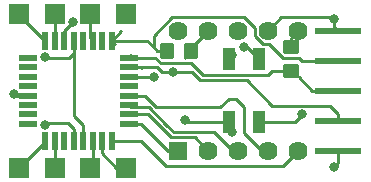
<source format=gbr>
%TF.GenerationSoftware,KiCad,Pcbnew,7.0.9*%
%TF.CreationDate,2024-03-13T00:38:59-05:00*%
%TF.ProjectId,DISPLAY,44495350-4c41-4592-9e6b-696361645f70,rev?*%
%TF.SameCoordinates,Original*%
%TF.FileFunction,Copper,L1,Top*%
%TF.FilePolarity,Positive*%
%FSLAX46Y46*%
G04 Gerber Fmt 4.6, Leading zero omitted, Abs format (unit mm)*
G04 Created by KiCad (PCBNEW 7.0.9) date 2024-03-13 00:38:59*
%MOMM*%
%LPD*%
G01*
G04 APERTURE LIST*
G04 Aperture macros list*
%AMRoundRect*
0 Rectangle with rounded corners*
0 $1 Rounding radius*
0 $2 $3 $4 $5 $6 $7 $8 $9 X,Y pos of 4 corners*
0 Add a 4 corners polygon primitive as box body*
4,1,4,$2,$3,$4,$5,$6,$7,$8,$9,$2,$3,0*
0 Add four circle primitives for the rounded corners*
1,1,$1+$1,$2,$3*
1,1,$1+$1,$4,$5*
1,1,$1+$1,$6,$7*
1,1,$1+$1,$8,$9*
0 Add four rect primitives between the rounded corners*
20,1,$1+$1,$2,$3,$4,$5,0*
20,1,$1+$1,$4,$5,$6,$7,0*
20,1,$1+$1,$6,$7,$8,$9,0*
20,1,$1+$1,$8,$9,$2,$3,0*%
G04 Aperture macros list end*
%TA.AperFunction,ConnectorPad*%
%ADD10R,4.000000X0.560000*%
%TD*%
%TA.AperFunction,ComponentPad*%
%ADD11R,1.700000X1.700000*%
%TD*%
%TA.AperFunction,ComponentPad*%
%ADD12C,1.620000*%
%TD*%
%TA.AperFunction,ComponentPad*%
%ADD13R,1.620000X1.620000*%
%TD*%
%TA.AperFunction,SMDPad,CuDef*%
%ADD14RoundRect,0.250000X0.350000X0.450000X-0.350000X0.450000X-0.350000X-0.450000X0.350000X-0.450000X0*%
%TD*%
%TA.AperFunction,SMDPad,CuDef*%
%ADD15RoundRect,0.250000X0.450000X-0.350000X0.450000X0.350000X-0.450000X0.350000X-0.450000X-0.350000X0*%
%TD*%
%TA.AperFunction,SMDPad,CuDef*%
%ADD16R,1.050000X1.875000*%
%TD*%
%TA.AperFunction,SMDPad,CuDef*%
%ADD17R,0.550000X1.600000*%
%TD*%
%TA.AperFunction,SMDPad,CuDef*%
%ADD18R,1.600000X0.550000*%
%TD*%
%TA.AperFunction,ViaPad*%
%ADD19C,0.800000*%
%TD*%
%TA.AperFunction,Conductor*%
%ADD20C,0.250000*%
%TD*%
G04 APERTURE END LIST*
D10*
%TO.P,J11,9,Pin_9*%
%TO.N,RST*%
X168000000Y-82410000D03*
%TO.P,J11,7,Pin_7*%
%TO.N,DIGIT1*%
X168000000Y-84950000D03*
%TO.P,J11,5,Pin_5*%
%TO.N,DIGIT0*%
X168000000Y-87490000D03*
%TO.P,J11,3,Pin_3*%
%TO.N,MOSI*%
X168000000Y-90030000D03*
%TO.P,J11,1,Pin_1*%
%TO.N,PW2*%
X168000000Y-92570000D03*
%TD*%
D11*
%TO.P,J6,1,Pin_1*%
%TO.N,Input3*%
X150000000Y-81000000D03*
%TD*%
D12*
%TO.P,D2,10*%
%TO.N,SEG5*%
X154420000Y-82420000D03*
%TO.P,D2,9*%
%TO.N,Net-(D2-Pad9)*%
X156960000Y-82420000D03*
%TO.P,D2,8*%
%TO.N,MOSI*%
X159500000Y-82420000D03*
%TO.P,D2,7*%
%TO.N,RST*%
X162040000Y-82420000D03*
%TO.P,D2,6*%
%TO.N,Net-(D2-Pad6)*%
X164580000Y-82420000D03*
%TO.P,D2,5*%
%TO.N,SEG7*%
X164580000Y-92580000D03*
%TO.P,D2,4*%
%TO.N,SEG6*%
X162040000Y-92580000D03*
%TO.P,D2,3*%
%TO.N,SEG2*%
X159500000Y-92580000D03*
%TO.P,D2,2*%
%TO.N,SEG3*%
X156960000Y-92580000D03*
D13*
%TO.P,D2,1*%
%TO.N,SEG4*%
X154420000Y-92580000D03*
%TD*%
D14*
%TO.P,R2,1*%
%TO.N,Net-(D2-Pad9)*%
X155500000Y-84100000D03*
%TO.P,R2,2*%
%TO.N,DIGIT1*%
X153500000Y-84100000D03*
%TD*%
D15*
%TO.P,R1,1*%
%TO.N,DIGIT0*%
X164000000Y-85820000D03*
%TO.P,R1,2*%
%TO.N,Net-(D2-Pad6)*%
X164000000Y-83820000D03*
%TD*%
D11*
%TO.P,J7,1,Pin_1*%
%TO.N,Input4*%
X141000000Y-94000000D03*
%TD*%
%TO.P,J8,1,Pin_1*%
%TO.N,Input5*%
X144000000Y-94000000D03*
%TD*%
%TO.P,J1,1,Pin_1*%
%TO.N,Input0*%
X141000000Y-81000000D03*
%TD*%
%TO.P,J9,1,Pin_1*%
%TO.N,Input6*%
X147000000Y-94000000D03*
%TD*%
D16*
%TO.P,D1,1*%
%TO.N,VCC*%
X161250000Y-84837500D03*
%TO.P,D1,2*%
%TO.N,PW1*%
X161250000Y-90162500D03*
%TO.P,D1,3*%
%TO.N,GND*%
X158750000Y-84837500D03*
%TO.P,D1,4*%
%TO.N,PW2*%
X158750000Y-90162500D03*
%TD*%
D17*
%TO.P,U1,1,PD3*%
%TO.N,Input4*%
X143200000Y-91750000D03*
%TO.P,U1,2,PD4*%
%TO.N,Input5*%
X144000000Y-91750000D03*
%TO.P,U1,3,PE0*%
%TO.N,unconnected-(U1-PE0-Pad3)*%
X144800000Y-91750000D03*
%TO.P,U1,4,VCC*%
%TO.N,VCC*%
X145600000Y-91750000D03*
%TO.P,U1,5,GND*%
%TO.N,GND*%
X146400000Y-91750000D03*
%TO.P,U1,6,PE1*%
%TO.N,Input6*%
X147200000Y-91750000D03*
%TO.P,U1,7,XTAL1/PB6*%
%TO.N,Input7*%
X148000000Y-91750000D03*
%TO.P,U1,8,XTAL2/PB7*%
%TO.N,SEG7*%
X148800000Y-91750000D03*
D18*
%TO.P,U1,9,PD5*%
%TO.N,SEG4*%
X150250000Y-90300000D03*
%TO.P,U1,10,PD6*%
%TO.N,SEG3*%
X150250000Y-89500000D03*
%TO.P,U1,11,PD7*%
%TO.N,SEG2*%
X150250000Y-88700000D03*
%TO.P,U1,12,PB0*%
%TO.N,SEG6*%
X150250000Y-87900000D03*
%TO.P,U1,13,PB1*%
%TO.N,unconnected-(U1-PB1-Pad13)*%
X150250000Y-87100000D03*
%TO.P,U1,14,PB2*%
%TO.N,SEG5*%
X150250000Y-86300000D03*
%TO.P,U1,15,PB3*%
%TO.N,MOSI*%
X150250000Y-85500000D03*
%TO.P,U1,16,PB4*%
%TO.N,DIGIT0*%
X150250000Y-84700000D03*
D17*
%TO.P,U1,17,PB5*%
%TO.N,DIGIT1*%
X148800000Y-83250000D03*
%TO.P,U1,18,AVCC*%
%TO.N,unconnected-(U1-AVCC-Pad18)*%
X148000000Y-83250000D03*
%TO.P,U1,19,PE2*%
%TO.N,Input2*%
X147200000Y-83250000D03*
%TO.P,U1,20,AREF*%
%TO.N,unconnected-(U1-AREF-Pad20)*%
X146400000Y-83250000D03*
%TO.P,U1,21,GND*%
%TO.N,GND*%
X145600000Y-83250000D03*
%TO.P,U1,22,PE3*%
%TO.N,Input3*%
X144800000Y-83250000D03*
%TO.P,U1,23,PC0*%
%TO.N,Input1*%
X144000000Y-83250000D03*
%TO.P,U1,24,PC1*%
%TO.N,Input0*%
X143200000Y-83250000D03*
D18*
%TO.P,U1,25,PC2*%
%TO.N,unconnected-(U1-PC2-Pad25)*%
X141750000Y-84700000D03*
%TO.P,U1,26,PC3*%
%TO.N,unconnected-(U1-PC3-Pad26)*%
X141750000Y-85500000D03*
%TO.P,U1,27,PC4*%
%TO.N,unconnected-(U1-PC4-Pad27)*%
X141750000Y-86300000D03*
%TO.P,U1,28,PC5*%
%TO.N,unconnected-(U1-PC5-Pad28)*%
X141750000Y-87100000D03*
%TO.P,U1,29,~{RESET}/PC6*%
%TO.N,RST*%
X141750000Y-87900000D03*
%TO.P,U1,30,PD0*%
%TO.N,unconnected-(U1-PD0-Pad30)*%
X141750000Y-88700000D03*
%TO.P,U1,31,PD1*%
%TO.N,unconnected-(U1-PD1-Pad31)*%
X141750000Y-89500000D03*
%TO.P,U1,32,PD2*%
%TO.N,unconnected-(U1-PD2-Pad32)*%
X141750000Y-90300000D03*
%TD*%
D11*
%TO.P,J3,1,Pin_1*%
%TO.N,Input2*%
X147000000Y-81000000D03*
%TD*%
%TO.P,J10,1,Pin_1*%
%TO.N,Input7*%
X150000000Y-94000000D03*
%TD*%
%TO.P,J2,1,Pin_1*%
%TO.N,Input1*%
X144000000Y-81000000D03*
%TD*%
D19*
%TO.N,GND*%
X143200000Y-84650000D03*
X159000000Y-84500000D03*
%TO.N,VCC*%
X160000000Y-83820000D03*
X143200000Y-90350000D03*
%TO.N,Input3*%
X145500000Y-81700000D03*
%TO.N,MOSI*%
X154000000Y-85900000D03*
%TO.N,PW1*%
X164900000Y-89500000D03*
%TO.N,PW2*%
X155000000Y-90000000D03*
X159000000Y-91000000D03*
X167640000Y-93980000D03*
%TO.N,RST*%
X140500000Y-87800000D03*
X167640000Y-81400000D03*
%TO.N,SEG5*%
X152400000Y-86360000D03*
%TD*%
D20*
%TO.N,PW2*%
X168000000Y-93620000D02*
X167640000Y-93980000D01*
X168000000Y-92570000D02*
X168000000Y-93620000D01*
%TO.N,DIGIT1*%
X164900100Y-84950000D02*
X168000000Y-84950000D01*
X164695100Y-84745000D02*
X164900100Y-84950000D01*
%TO.N,RST*%
X167640000Y-82050000D02*
X168000000Y-82410000D01*
X167640000Y-81700000D02*
X167640000Y-82050000D01*
%TO.N,MOSI*%
X168000000Y-89500000D02*
X168000000Y-90030000D01*
X167260000Y-88760000D02*
X168000000Y-89500000D01*
X162420000Y-88760000D02*
X167260000Y-88760000D01*
%TO.N,GND*%
X145600000Y-83250000D02*
X145600000Y-84300000D01*
X145600000Y-84300000D02*
X145200000Y-84700000D01*
X146400000Y-90425000D02*
X145600000Y-89625000D01*
X145600000Y-89625000D02*
X145600000Y-83250000D01*
X145200000Y-84700000D02*
X143200000Y-84700000D01*
X146400000Y-91750000D02*
X146400000Y-90425000D01*
%TO.N,VCC*%
X160000000Y-83820000D02*
X160232500Y-83820000D01*
X160232500Y-83820000D02*
X161250000Y-84837500D01*
X145600000Y-91750000D02*
X145600000Y-90700000D01*
X145100000Y-90200000D02*
X143200000Y-90200000D01*
X145600000Y-90700000D02*
X145100000Y-90200000D01*
%TO.N,DIGIT0*%
X164000000Y-85820000D02*
X162380000Y-85820000D01*
X156498909Y-86173604D02*
X155500305Y-85175000D01*
X152954900Y-85175000D02*
X152479900Y-84700000D01*
X162026396Y-86173604D02*
X156498909Y-86173604D01*
X164650000Y-86360000D02*
X165780000Y-87490000D01*
X150450000Y-84500000D02*
X150250000Y-84700000D01*
X162380000Y-85820000D02*
X162026396Y-86173604D01*
X165780000Y-87490000D02*
X167500000Y-87490000D01*
X152479900Y-84700000D02*
X150250000Y-84700000D01*
X155500305Y-85175000D02*
X152954900Y-85175000D01*
%TO.N,DIGIT1*%
X152680000Y-84100000D02*
X152400000Y-83820000D01*
X152400000Y-82834867D02*
X152400000Y-83820000D01*
X149125000Y-83575000D02*
X148800000Y-83250000D01*
X148800000Y-83250000D02*
X151830000Y-83250000D01*
X162134900Y-83575000D02*
X161589867Y-83575000D01*
X149630000Y-82420000D02*
X148800000Y-83250000D01*
X164695100Y-84745000D02*
X163304900Y-84745000D01*
X161589867Y-83575000D02*
X160905000Y-82890133D01*
X153954867Y-81280000D02*
X152400000Y-82834867D01*
X151830000Y-83250000D02*
X152400000Y-83820000D01*
X160020000Y-81280000D02*
X153954867Y-81280000D01*
X153500000Y-84100000D02*
X152680000Y-84100000D01*
X160905000Y-82890133D02*
X160905000Y-82165000D01*
X163304900Y-84745000D02*
X162134900Y-83575000D01*
X160905000Y-82165000D02*
X160020000Y-81280000D01*
%TO.N,Input0*%
X141000000Y-81050000D02*
X141000000Y-81000000D01*
X143200000Y-83250000D02*
X141000000Y-81050000D01*
%TO.N,Input1*%
X144000000Y-83250000D02*
X144000000Y-81000000D01*
%TO.N,Input2*%
X147000000Y-83050000D02*
X147200000Y-83250000D01*
X147000000Y-81000000D02*
X147000000Y-83050000D01*
%TO.N,Input3*%
X144800000Y-82400000D02*
X145500000Y-81700000D01*
X144800000Y-83250000D02*
X144800000Y-82400000D01*
X144780000Y-83230000D02*
X144800000Y-83250000D01*
%TO.N,Input4*%
X143200000Y-91750000D02*
X143200000Y-91800000D01*
X143200000Y-91800000D02*
X141000000Y-94000000D01*
%TO.N,Input5*%
X144000000Y-91750000D02*
X144000000Y-94000000D01*
%TO.N,Input6*%
X147200000Y-93800000D02*
X147000000Y-94000000D01*
X147200000Y-91750000D02*
X147200000Y-93800000D01*
%TO.N,Input7*%
X149200000Y-94000000D02*
X150000000Y-94000000D01*
X148000000Y-92800000D02*
X149200000Y-94000000D01*
X148000000Y-91750000D02*
X148000000Y-92800000D01*
%TO.N,SEG2*%
X153448148Y-90391852D02*
X154046296Y-90990000D01*
X150425057Y-88875057D02*
X151931353Y-88875057D01*
X150250000Y-88700000D02*
X150425057Y-88875057D01*
X154940000Y-90990000D02*
X157480000Y-90990000D01*
X151931353Y-88875057D02*
X153448148Y-90391852D01*
X159070000Y-92580000D02*
X157480000Y-90990000D01*
X159500000Y-92580000D02*
X159070000Y-92580000D01*
X154046296Y-90990000D02*
X154940000Y-90990000D01*
%TO.N,SEG6*%
X160020000Y-91045000D02*
X161555000Y-92580000D01*
X157974695Y-88900000D02*
X158699695Y-88175000D01*
X159300305Y-88175000D02*
X160020000Y-88894695D01*
X152592692Y-88900000D02*
X157974695Y-88900000D01*
X158699695Y-88175000D02*
X159300305Y-88175000D01*
X150250000Y-87900000D02*
X151592692Y-87900000D01*
X160020000Y-88894695D02*
X160020000Y-91045000D01*
X161555000Y-92580000D02*
X162040000Y-92580000D01*
X151592692Y-87900000D02*
X152592692Y-88900000D01*
%TO.N,SEG7*%
X163285000Y-93875000D02*
X153445000Y-93875000D01*
X164580000Y-92580000D02*
X163285000Y-93875000D01*
X153445000Y-93875000D02*
X151320000Y-91750000D01*
X151320000Y-91750000D02*
X148800000Y-91750000D01*
%TO.N,MOSI*%
X155588909Y-85900000D02*
X156312513Y-86623604D01*
X153043504Y-85900000D02*
X152643504Y-85500000D01*
X154000000Y-85900000D02*
X155588909Y-85900000D01*
X160283604Y-86623604D02*
X162420000Y-88760000D01*
X150250000Y-85500000D02*
X150325000Y-85575000D01*
X152643504Y-85500000D02*
X150250000Y-85500000D01*
X151300000Y-85500000D02*
X151375000Y-85575000D01*
X156312513Y-86623604D02*
X160283604Y-86623604D01*
X154000000Y-85900000D02*
X153043504Y-85900000D01*
X150250000Y-85500000D02*
X151300000Y-85500000D01*
%TO.N,PW1*%
X164337500Y-90162500D02*
X161250000Y-90162500D01*
X165000000Y-89500000D02*
X164337500Y-90162500D01*
%TO.N,PW2*%
X167640000Y-93980000D02*
X167253223Y-93980000D01*
X155162500Y-90162500D02*
X155000000Y-90000000D01*
X158750000Y-90162500D02*
X155162500Y-90162500D01*
%TO.N,MOSI*%
X167343223Y-90030000D02*
X167500000Y-90030000D01*
%TO.N,Net-(D2-Pad6)*%
X164500000Y-83820000D02*
X164500000Y-82500000D01*
X164000000Y-83000000D02*
X164580000Y-82420000D01*
X164500000Y-82500000D02*
X164580000Y-82420000D01*
X164000000Y-83820000D02*
X164000000Y-83000000D01*
%TO.N,Net-(D2-Pad9)*%
X155500000Y-84100000D02*
X155500000Y-83880000D01*
X157000000Y-82460000D02*
X156960000Y-82420000D01*
X155500000Y-83880000D02*
X156960000Y-82420000D01*
X155000000Y-84700000D02*
X155025305Y-84700000D01*
%TO.N,SEG4*%
X151260000Y-90300000D02*
X153540000Y-92580000D01*
X150250000Y-90300000D02*
X151260000Y-90300000D01*
X153540000Y-92580000D02*
X154420000Y-92580000D01*
%TO.N,SEG3*%
X153859900Y-91440000D02*
X154940000Y-91440000D01*
X151919900Y-89500000D02*
X153859900Y-91440000D01*
X155820000Y-91440000D02*
X156960000Y-92580000D01*
X154940000Y-91440000D02*
X155820000Y-91440000D01*
X150250000Y-89500000D02*
X151919900Y-89500000D01*
%TO.N,RST*%
X167225000Y-81285000D02*
X163175000Y-81285000D01*
%TO.N,DIGIT1*%
X167323223Y-84950000D02*
X167500000Y-84950000D01*
%TO.N,RST*%
X141750000Y-87900000D02*
X140600000Y-87900000D01*
X167640000Y-81700000D02*
X167225000Y-81285000D01*
X163175000Y-81285000D02*
X162040000Y-82420000D01*
X140600000Y-87900000D02*
X140500000Y-87800000D01*
%TO.N,SEG5*%
X152400000Y-86360000D02*
X152340000Y-86300000D01*
X150250000Y-86300000D02*
X152400000Y-86360000D01*
%TD*%
M02*

</source>
